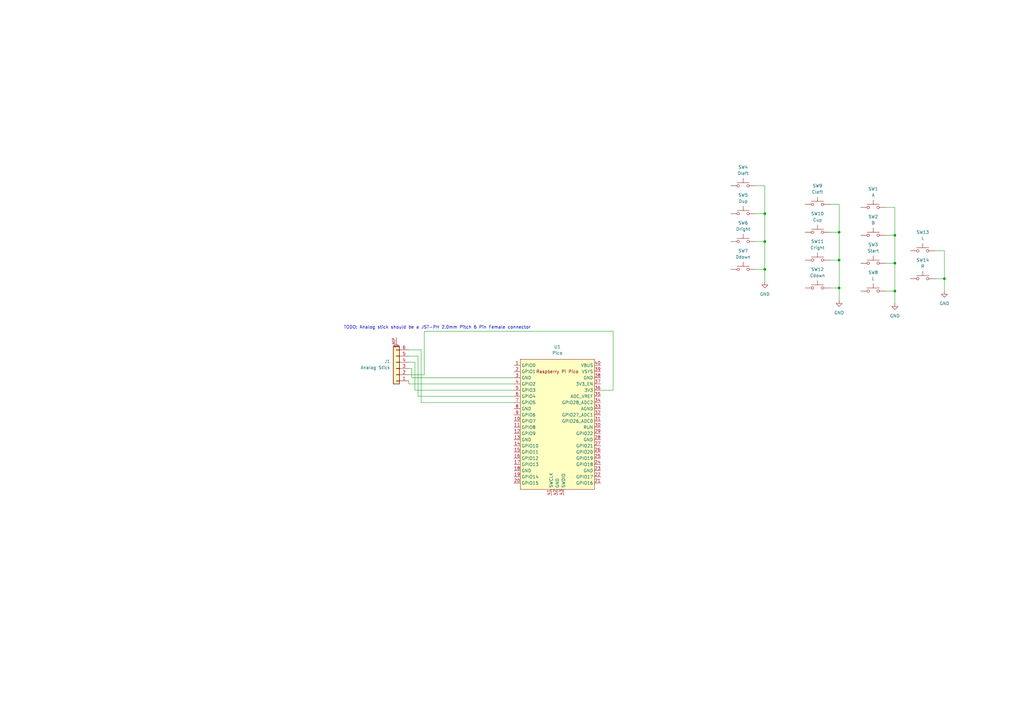
<source format=kicad_sch>
(kicad_sch (version 20250114) (generator "eeschema") (generator_version "9.0")
  (paper "A3")
  (lib_symbols
    (symbol "Connector_Generic_MountingPin:Conn_01x06_MountingPin" (pin_names (offset 1.016) (hide yes))
      (property "Reference" "J" (at 0 7.62 0))
      (property "Value" "Conn_01x06_MountingPin" (at 1.27 -10.16 0))
      (symbol "Conn_01x06_MountingPin_1_1"
        (rectangle (start -1.27 6.35) (end 1.27 -8.89) (stroke (width 0.254)) (fill (type background)))
        (rectangle (start -1.27 5.207) (end 0 4.953) (stroke (width 0.1524)))
        (rectangle (start -1.27 2.667) (end 0 2.413) (stroke (width 0.1524)))
        (rectangle (start -1.27 0.127) (end 0 -0.127) (stroke (width 0.1524)))
        (rectangle (start -1.27 -2.413) (end 0 -2.667) (stroke (width 0.1524)))
        (rectangle (start -1.27 -4.953) (end 0 -5.207) (stroke (width 0.1524)))
        (rectangle (start -1.27 -7.493) (end 0 -7.747) (stroke (width 0.1524)))
        (polyline (pts (xy -1.016 -9.652) (xy 1.016 -9.652)) (stroke (width 0.1524)))
        (text "Mounting" (at 0 -9.271 0) (effects (font (size 0.381 0.381))))
        (pin passive line (at -5.08 5.08 0) (length 3.81) (name "Pin_1") (number "1"))
        (pin passive line (at -5.08 2.54 0) (length 3.81) (name "Pin_2") (number "2"))
        (pin passive line (at -5.08 0 0) (length 3.81) (name "Pin_3") (number "3"))
        (pin passive line (at -5.08 -2.54 0) (length 3.81) (name "Pin_4") (number "4"))
        (pin passive line (at -5.08 -5.08 0) (length 3.81) (name "Pin_5") (number "5"))
        (pin passive line (at -5.08 -7.62 0) (length 3.81) (name "Pin_6") (number "6"))
        (pin passive line (at 0 -12.7 90) (length 3.048) (name "MountPin") (number "MP"))
      )
    )
    (symbol "MCU_RaspberryPi_and_Boards:Pico"
      (property "Reference" "U" (at -13.97 27.94 0))
      (property "Value" "Pico" (at 0 19.05 0))
      (symbol "Pico_0_0"
        (text "Raspberry Pi Pico" (at 0 21.59 0) (effects (font (size 1.27 1.27))))
      )
      (symbol "Pico_0_1"
        (rectangle (start -15.24 26.67) (end 15.24 -26.67) (fill (type background)))
      )
      (symbol "Pico_1_1"
        (pin bidirectional line (at -17.78 24.13 0) (length 2.54) (name "GPIO0") (number "1"))
        (pin bidirectional line (at -17.78 21.59 0) (length 2.54) (name "GPIO1") (number "2"))
        (pin power_in line (at -17.78 19.05 0) (length 2.54) (name "GND") (number "3"))
        (pin bidirectional line (at -17.78 16.51 0) (length 2.54) (name "GPIO2") (number "4"))
        (pin bidirectional line (at -17.78 13.97 0) (length 2.54) (name "GPIO3") (number "5"))
        (pin bidirectional line (at -17.78 11.43 0) (length 2.54) (name "GPIO4") (number "6"))
        (pin bidirectional line (at -17.78 8.89 0) (length 2.54) (name "GPIO5") (number "7"))
        (pin power_in line (at -17.78 6.35 0) (length 2.54) (name "GND") (number "8"))
        (pin bidirectional line (at -17.78 3.81 0) (length 2.54) (name "GPIO6") (number "9"))
        (pin bidirectional line (at -17.78 1.27 0) (length 2.54) (name "GPIO7") (number "10"))
        (pin bidirectional line (at -17.78 -1.27 0) (length 2.54) (name "GPIO8") (number "11"))
        (pin bidirectional line (at -17.78 -3.81 0) (length 2.54) (name "GPIO9") (number "12"))
        (pin power_in line (at -17.78 -6.35 0) (length 2.54) (name "GND") (number "13"))
        (pin bidirectional line (at -17.78 -8.89 0) (length 2.54) (name "GPIO10") (number "14"))
        (pin bidirectional line (at -17.78 -11.43 0) (length 2.54) (name "GPIO11") (number "15"))
        (pin bidirectional line (at -17.78 -13.97 0) (length 2.54) (name "GPIO12") (number "16"))
        (pin bidirectional line (at -17.78 -16.51 0) (length 2.54) (name "GPIO13") (number "17"))
        (pin power_in line (at -17.78 -19.05 0) (length 2.54) (name "GND") (number "18"))
        (pin bidirectional line (at -17.78 -21.59 0) (length 2.54) (name "GPIO14") (number "19"))
        (pin bidirectional line (at -17.78 -24.13 0) (length 2.54) (name "GPIO15") (number "20"))
        (pin input line (at -2.54 -29.21 90) (length 2.54) (name "SWCLK") (number "41"))
        (pin power_in line (at 0 -29.21 90) (length 2.54) (name "GND") (number "42"))
        (pin bidirectional line (at 2.54 -29.21 90) (length 2.54) (name "SWDIO") (number "43"))
        (pin power_in line (at 17.78 24.13 180) (length 2.54) (name "VBUS") (number "40"))
        (pin power_in line (at 17.78 21.59 180) (length 2.54) (name "VSYS") (number "39"))
        (pin bidirectional line (at 17.78 19.05 180) (length 2.54) (name "GND") (number "38"))
        (pin input line (at 17.78 16.51 180) (length 2.54) (name "3V3_EN") (number "37"))
        (pin power_in line (at 17.78 13.97 180) (length 2.54) (name "3V3") (number "36"))
        (pin power_in line (at 17.78 11.43 180) (length 2.54) (name "ADC_VREF") (number "35"))
        (pin bidirectional line (at 17.78 8.89 180) (length 2.54) (name "GPIO28_ADC2") (number "34"))
        (pin power_in line (at 17.78 6.35 180) (length 2.54) (name "AGND") (number "33"))
        (pin bidirectional line (at 17.78 3.81 180) (length 2.54) (name "GPIO27_ADC1") (number "32"))
        (pin bidirectional line (at 17.78 1.27 180) (length 2.54) (name "GPIO26_ADC0") (number "31"))
        (pin input line (at 17.78 -1.27 180) (length 2.54) (name "RUN") (number "30"))
        (pin bidirectional line (at 17.78 -3.81 180) (length 2.54) (name "GPIO22") (number "29"))
        (pin power_in line (at 17.78 -6.35 180) (length 2.54) (name "GND") (number "28"))
        (pin bidirectional line (at 17.78 -8.89 180) (length 2.54) (name "GPIO21") (number "27"))
        (pin bidirectional line (at 17.78 -11.43 180) (length 2.54) (name "GPIO20") (number "26"))
        (pin bidirectional line (at 17.78 -13.97 180) (length 2.54) (name "GPIO19") (number "25"))
        (pin bidirectional line (at 17.78 -16.51 180) (length 2.54) (name "GPIO18") (number "24"))
        (pin power_in line (at 17.78 -19.05 180) (length 2.54) (name "GND") (number "23"))
        (pin bidirectional line (at 17.78 -21.59 180) (length 2.54) (name "GPIO17") (number "22"))
        (pin bidirectional line (at 17.78 -24.13 180) (length 2.54) (name "GPIO16") (number "21"))
      )
    )
    (symbol "Switch:SW_MEC_5G" (pin_numbers (hide yes)) (pin_names (offset 1.016) (hide yes))
      (property "Reference" "SW" (at 1.27 2.54 0))
      (property "Value" "SW_MEC_5G" (at 0 -1.524 0))
      (symbol "SW_MEC_5G_0_1"
        (circle (center -2.032 0) (radius 0.508))
        (polyline (pts (xy 0 1.27) (xy 0 3.048)))
        (circle (center 2.032 0) (radius 0.508))
        (polyline (pts (xy 2.54 1.27) (xy -2.54 1.27)))
        (pin passive line (at -5.08 0 0) (length 2.54) (name "A") (number "1"))
        (pin passive line (at 5.08 0 180) (length 2.54) (name "B") (number "3"))
      )
      (symbol "SW_MEC_5G_1_1"
        (pin passive line (at -5.08 0 0) (length 2.54) (hide yes) (name "A") (number "2"))
        (pin passive line (at 5.08 0 180) (length 2.54) (hide yes) (name "B") (number "4"))
      )
    )
    (symbol "power:GND" (power) (pin_numbers (hide yes)) (pin_names (offset 0) (hide yes))
      (property "Value" "GND" (at 0 -3.81 0))
      (symbol "GND_0_1"
        (polyline (pts (xy 0 0) (xy 0 -1.27) (xy 1.27 -1.27) (xy 0 -2.54) (xy -1.27 -1.27) (xy 0 -1.27)))
      )
      (symbol "GND_1_1"
        (pin power_in line (at 0 0 270) (length 0) (name "~") (number "1"))
      )
    )
  )
  (text "TODO: Analog stick should be a JST-PH 2.0mm Pitch 6 Pin Female connector" (at 179.324 134.366 0) (effects (font (size 1.27 1.27))))
  (junction (at 344.17 118.11))
  (junction (at 344.17 106.68))
  (junction (at 344.17 95.25))
  (junction (at 367.03 107.95))
  (junction (at 313.69 99.06))
  (junction (at 387.35 114.3))
  (junction (at 313.69 110.49))
  (junction (at 367.03 119.38))
  (junction (at 313.69 87.63))
  (junction (at 367.03 96.52))
  (wire (pts (xy 363.22 107.95) (xy 367.03 107.95)))
  (wire (pts (xy 383.54 102.87) (xy 387.35 102.87)))
  (wire (pts (xy 251.46 160.02) (xy 246.38 160.02)))
  (wire (pts (xy 344.17 106.68) (xy 344.17 118.11)))
  (wire (pts (xy 383.54 114.3) (xy 387.35 114.3)))
  (wire (pts (xy 363.22 85.09) (xy 367.03 85.09)))
  (wire (pts (xy 173.99 153.67) (xy 173.99 135.89)))
  (wire (pts (xy 171.45 162.56) (xy 210.82 162.56)))
  (wire (pts (xy 313.69 87.63) (xy 313.69 99.06)))
  (wire (pts (xy 387.35 114.3) (xy 387.35 119.38)))
  (wire (pts (xy 168.91 151.13) (xy 168.91 154.94)))
  (wire (pts (xy 313.69 110.49) (xy 313.69 115.57)))
  (wire (pts (xy 167.64 143.51) (xy 172.72 143.51)))
  (wire (pts (xy 367.03 96.52) (xy 367.03 107.95)))
  (wire (pts (xy 171.45 146.05) (xy 171.45 162.56)))
  (wire (pts (xy 340.36 95.25) (xy 344.17 95.25)))
  (wire (pts (xy 309.88 99.06) (xy 313.69 99.06)))
  (wire (pts (xy 367.03 85.09) (xy 367.03 96.52)))
  (wire (pts (xy 168.91 154.94) (xy 210.82 154.94)))
  (wire (pts (xy 340.36 106.68) (xy 344.17 106.68)))
  (wire (pts (xy 313.69 99.06) (xy 313.69 110.49)))
  (wire (pts (xy 367.03 119.38) (xy 367.03 124.46)))
  (wire (pts (xy 167.64 148.59) (xy 170.18 148.59)))
  (wire (pts (xy 344.17 95.25) (xy 344.17 106.68)))
  (wire (pts (xy 313.69 76.2) (xy 313.69 87.63)))
  (wire (pts (xy 167.64 146.05) (xy 171.45 146.05)))
  (wire (pts (xy 167.64 157.48) (xy 210.82 157.48)))
  (wire (pts (xy 167.64 151.13) (xy 168.91 151.13)))
  (wire (pts (xy 363.22 96.52) (xy 367.03 96.52)))
  (wire (pts (xy 344.17 83.82) (xy 344.17 95.25)))
  (wire (pts (xy 309.88 87.63) (xy 313.69 87.63)))
  (wire (pts (xy 170.18 148.59) (xy 170.18 160.02)))
  (wire (pts (xy 309.88 110.49) (xy 313.69 110.49)))
  (wire (pts (xy 340.36 118.11) (xy 344.17 118.11)))
  (wire (pts (xy 167.64 156.21) (xy 167.64 157.48)))
  (wire (pts (xy 167.64 153.67) (xy 173.99 153.67)))
  (wire (pts (xy 170.18 160.02) (xy 210.82 160.02)))
  (wire (pts (xy 172.72 143.51) (xy 172.72 165.1)))
  (wire (pts (xy 344.17 118.11) (xy 344.17 123.19)))
  (wire (pts (xy 173.99 135.89) (xy 251.46 135.89)))
  (wire (pts (xy 387.35 102.87) (xy 387.35 114.3)))
  (wire (pts (xy 309.88 76.2) (xy 313.69 76.2)))
  (wire (pts (xy 340.36 83.82) (xy 344.17 83.82)))
  (wire (pts (xy 172.72 165.1) (xy 210.82 165.1)))
  (wire (pts (xy 367.03 107.95) (xy 367.03 119.38)))
  (wire (pts (xy 363.22 119.38) (xy 367.03 119.38)))
  (wire (pts (xy 251.46 135.89) (xy 251.46 160.02)))
  (symbol (lib_id "Switch:SW_MEC_5G") (at 335.28 106.68 0) (unit 1)
    (property "Reference" "SW11" (at 335.28 99.06 0))
    (property "Value" "Cright" (at 335.28 101.6 0))
    (property "Datasheet" "http://www.apem.com/int/index.php?controller=attachment&id_attachment=488" (effects (hide yes)))
    (property "Description" "MEC 5G single pole normally-open tactile switch" (effects (hide yes)))
  )
  (symbol (lib_id "Switch:SW_MEC_5G") (at 304.8 87.63 0) (unit 1)
    (property "Reference" "SW5" (at 304.8 80.01 0))
    (property "Value" "Dup" (at 304.8 82.55 0))
    (property "Datasheet" "http://www.apem.com/int/index.php?controller=attachment&id_attachment=488" (effects (hide yes)))
    (property "Description" "MEC 5G single pole normally-open tactile switch" (effects (hide yes)))
  )
  (symbol (lib_id "Switch:SW_MEC_5G") (at 378.46 114.3 0) (unit 1)
    (property "Reference" "SW14" (at 378.46 106.68 0))
    (property "Value" "R" (at 378.46 109.22 0))
    (property "Datasheet" "http://www.apem.com/int/index.php?controller=attachment&id_attachment=488" (effects (hide yes)))
    (property "Description" "MEC 5G single pole normally-open tactile switch" (effects (hide yes)))
  )
  (symbol (lib_id "power:GND") (at 313.69 115.57 0) (unit 1)
    (property "Reference" "#PWR01" (effects (hide yes)))
    (property "Value" "GND" (at 313.69 120.65 0))
    (property "Description" "Power symbol creates a global label with name \"GND\" , ground" (effects (hide yes)))
  )
  (symbol (lib_id "Switch:SW_MEC_5G") (at 335.28 118.11 0) (unit 1)
    (property "Reference" "SW12" (at 335.28 110.49 0))
    (property "Value" "Cdown" (at 335.28 113.03 0))
    (property "Datasheet" "http://www.apem.com/int/index.php?controller=attachment&id_attachment=488" (effects (hide yes)))
    (property "Description" "MEC 5G single pole normally-open tactile switch" (effects (hide yes)))
  )
  (symbol (lib_id "Switch:SW_MEC_5G") (at 378.46 102.87 0) (unit 1)
    (property "Reference" "SW13" (at 378.46 95.25 0))
    (property "Value" "L" (at 378.46 97.79 0))
    (property "Datasheet" "http://www.apem.com/int/index.php?controller=attachment&id_attachment=488" (effects (hide yes)))
    (property "Description" "MEC 5G single pole normally-open tactile switch" (effects (hide yes)))
  )
  (symbol (lib_id "Switch:SW_MEC_5G") (at 335.28 95.25 0) (unit 1)
    (property "Reference" "SW10" (at 335.28 87.63 0))
    (property "Value" "Cup" (at 335.28 90.17 0))
    (property "Datasheet" "http://www.apem.com/int/index.php?controller=attachment&id_attachment=488" (effects (hide yes)))
    (property "Description" "MEC 5G single pole normally-open tactile switch" (effects (hide yes)))
  )
  (symbol (lib_id "MCU_RaspberryPi_and_Boards:Pico") (at 228.6 173.99 0) (unit 1)
    (property "Reference" "U1" (at 228.6 142.24 0))
    (property "Value" "Pico" (at 228.6 144.78 0))
    (property "Footprint" "RPi_Pico:RPi_Pico_SMD_TH" (effects (hide yes)))
  )
  (symbol (lib_id "power:GND") (at 367.03 124.46 0) (unit 1)
    (property "Reference" "#PWR02" (effects (hide yes)))
    (property "Value" "GND" (at 367.03 129.54 0))
    (property "Description" "Power symbol creates a global label with name \"GND\" , ground" (effects (hide yes)))
  )
  (symbol (lib_id "power:GND") (at 344.17 123.19 0) (unit 1)
    (property "Reference" "#PWR03" (effects (hide yes)))
    (property "Value" "GND" (at 344.17 128.27 0))
    (property "Description" "Power symbol creates a global label with name \"GND\" , ground" (effects (hide yes)))
  )
  (symbol (lib_id "Switch:SW_MEC_5G") (at 358.14 107.95 0) (unit 1)
    (property "Reference" "SW3" (at 358.14 100.33 0))
    (property "Value" "Start" (at 358.14 102.87 0))
    (property "Datasheet" "http://www.apem.com/int/index.php?controller=attachment&id_attachment=488" (effects (hide yes)))
    (property "Description" "MEC 5G single pole normally-open tactile switch" (effects (hide yes)))
  )
  (symbol (lib_id "Connector_Generic_MountingPin:Conn_01x06_MountingPin") (at 162.56 151.13 180) (unit 1)
    (property "Reference" "J1" (at 160.02 148.2343 0) (effects (justify left)))
    (property "Value" "Analog Stick" (at 160.02 150.7743 0) (effects (justify left)))
    (property "Description" "Generic connectable mounting pin connector, single row, 01x06, script generated (kicad-library-utils/schlib/autogen/connector/)" (effects (hide yes)))
  )
  (symbol (lib_id "Switch:SW_MEC_5G") (at 335.28 83.82 0) (unit 1)
    (property "Reference" "SW9" (at 335.28 76.2 0))
    (property "Value" "Cleft" (at 335.28 78.74 0))
    (property "Datasheet" "http://www.apem.com/int/index.php?controller=attachment&id_attachment=488" (effects (hide yes)))
    (property "Description" "MEC 5G single pole normally-open tactile switch" (effects (hide yes)))
  )
  (symbol (lib_id "Switch:SW_MEC_5G") (at 304.8 110.49 0) (unit 1)
    (property "Reference" "SW7" (at 304.8 102.87 0))
    (property "Value" "Ddown" (at 304.8 105.41 0))
    (property "Datasheet" "http://www.apem.com/int/index.php?controller=attachment&id_attachment=488" (effects (hide yes)))
    (property "Description" "MEC 5G single pole normally-open tactile switch" (effects (hide yes)))
  )
  (symbol (lib_id "Switch:SW_MEC_5G") (at 304.8 76.2 0) (unit 1)
    (property "Reference" "SW4" (at 304.8 68.58 0))
    (property "Value" "Dleft" (at 304.8 71.12 0))
    (property "Datasheet" "http://www.apem.com/int/index.php?controller=attachment&id_attachment=488" (effects (hide yes)))
    (property "Description" "MEC 5G single pole normally-open tactile switch" (effects (hide yes)))
  )
  (symbol (lib_id "power:GND") (at 387.35 119.38 0) (unit 1)
    (property "Reference" "#PWR04" (effects (hide yes)))
    (property "Value" "GND" (at 387.35 124.46 0))
    (property "Description" "Power symbol creates a global label with name \"GND\" , ground" (effects (hide yes)))
  )
  (symbol (lib_id "Switch:SW_MEC_5G") (at 358.14 85.09 0) (unit 1)
    (property "Reference" "SW1" (at 358.14 77.47 0))
    (property "Value" "A" (at 358.14 80.01 0))
    (property "Datasheet" "http://www.apem.com/int/index.php?controller=attachment&id_attachment=488" (effects (hide yes)))
    (property "Description" "MEC 5G single pole normally-open tactile switch" (effects (hide yes)))
  )
  (symbol (lib_id "Switch:SW_MEC_5G") (at 304.8 99.06 0) (unit 1)
    (property "Reference" "SW6" (at 304.8 91.44 0))
    (property "Value" "Dright" (at 304.8 93.98 0))
    (property "Datasheet" "http://www.apem.com/int/index.php?controller=attachment&id_attachment=488" (effects (hide yes)))
    (property "Description" "MEC 5G single pole normally-open tactile switch" (effects (hide yes)))
  )
  (symbol (lib_id "Switch:SW_MEC_5G") (at 358.14 119.38 0) (unit 1)
    (property "Reference" "SW8" (at 358.14 111.76 0))
    (property "Value" "L" (at 358.14 114.3 0))
    (property "Datasheet" "http://www.apem.com/int/index.php?controller=attachment&id_attachment=488" (effects (hide yes)))
    (property "Description" "MEC 5G single pole normally-open tactile switch" (effects (hide yes)))
  )
  (symbol (lib_id "Switch:SW_MEC_5G") (at 358.14 96.52 0) (unit 1)
    (property "Reference" "SW2" (at 358.14 88.9 0))
    (property "Value" "B" (at 358.14 91.44 0))
    (property "Datasheet" "http://www.apem.com/int/index.php?controller=attachment&id_attachment=488" (effects (hide yes)))
    (property "Description" "MEC 5G single pole normally-open tactile switch" (effects (hide yes)))
  )
)
</source>
